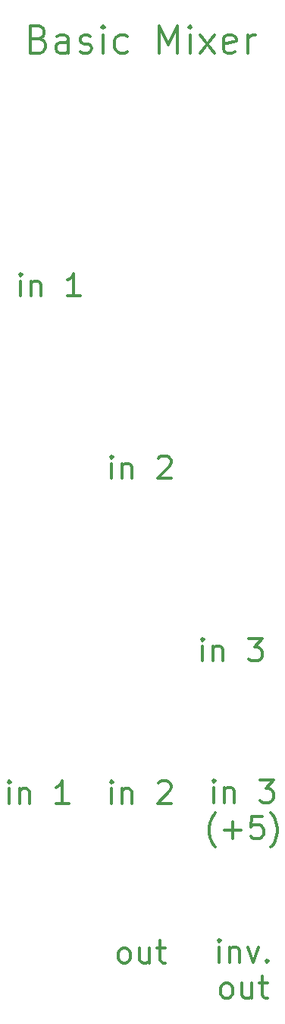
<source format=gto>
G04 #@! TF.GenerationSoftware,KiCad,Pcbnew,6.0.0-d3dd2cf0fa~116~ubuntu20.04.1*
G04 #@! TF.CreationDate,2022-01-02T10:53:34-05:00*
G04 #@! TF.ProjectId,front_panel,66726f6e-745f-4706-916e-656c2e6b6963,0*
G04 #@! TF.SameCoordinates,Original*
G04 #@! TF.FileFunction,Legend,Top*
G04 #@! TF.FilePolarity,Positive*
%FSLAX46Y46*%
G04 Gerber Fmt 4.6, Leading zero omitted, Abs format (unit mm)*
G04 Created by KiCad (PCBNEW 6.0.0-d3dd2cf0fa~116~ubuntu20.04.1) date 2022-01-02 10:53:34*
%MOMM*%
%LPD*%
G01*
G04 APERTURE LIST*
%ADD10C,0.300000*%
%ADD11C,5.600000*%
G04 APERTURE END LIST*
D10*
X130076190Y-117335952D02*
X130076190Y-115669285D01*
X130076190Y-114835952D02*
X129957142Y-114955000D01*
X130076190Y-115074047D01*
X130195238Y-114955000D01*
X130076190Y-114835952D01*
X130076190Y-115074047D01*
X131266666Y-115669285D02*
X131266666Y-117335952D01*
X131266666Y-115907380D02*
X131385714Y-115788333D01*
X131623809Y-115669285D01*
X131980952Y-115669285D01*
X132219047Y-115788333D01*
X132338095Y-116026428D01*
X132338095Y-117335952D01*
X135314285Y-115074047D02*
X135433333Y-114955000D01*
X135671428Y-114835952D01*
X136266666Y-114835952D01*
X136504761Y-114955000D01*
X136623809Y-115074047D01*
X136742857Y-115312142D01*
X136742857Y-115550238D01*
X136623809Y-115907380D01*
X135195238Y-117335952D01*
X136742857Y-117335952D01*
X140236190Y-101460952D02*
X140236190Y-99794285D01*
X140236190Y-98960952D02*
X140117142Y-99080000D01*
X140236190Y-99199047D01*
X140355238Y-99080000D01*
X140236190Y-98960952D01*
X140236190Y-99199047D01*
X141426666Y-99794285D02*
X141426666Y-101460952D01*
X141426666Y-100032380D02*
X141545714Y-99913333D01*
X141783809Y-99794285D01*
X142140952Y-99794285D01*
X142379047Y-99913333D01*
X142498095Y-100151428D01*
X142498095Y-101460952D01*
X145355238Y-98960952D02*
X146902857Y-98960952D01*
X146069523Y-99913333D01*
X146426666Y-99913333D01*
X146664761Y-100032380D01*
X146783809Y-100151428D01*
X146902857Y-100389523D01*
X146902857Y-100984761D01*
X146783809Y-101222857D01*
X146664761Y-101341904D01*
X146426666Y-101460952D01*
X145712380Y-101460952D01*
X145474285Y-101341904D01*
X145355238Y-101222857D01*
X119916190Y-60820952D02*
X119916190Y-59154285D01*
X119916190Y-58320952D02*
X119797142Y-58440000D01*
X119916190Y-58559047D01*
X120035238Y-58440000D01*
X119916190Y-58320952D01*
X119916190Y-58559047D01*
X121106666Y-59154285D02*
X121106666Y-60820952D01*
X121106666Y-59392380D02*
X121225714Y-59273333D01*
X121463809Y-59154285D01*
X121820952Y-59154285D01*
X122059047Y-59273333D01*
X122178095Y-59511428D01*
X122178095Y-60820952D01*
X126582857Y-60820952D02*
X125154285Y-60820952D01*
X125868571Y-60820952D02*
X125868571Y-58320952D01*
X125630476Y-58678095D01*
X125392380Y-58916190D01*
X125154285Y-59035238D01*
X131326190Y-135115952D02*
X131088095Y-134996904D01*
X130969047Y-134877857D01*
X130850000Y-134639761D01*
X130850000Y-133925476D01*
X130969047Y-133687380D01*
X131088095Y-133568333D01*
X131326190Y-133449285D01*
X131683333Y-133449285D01*
X131921428Y-133568333D01*
X132040476Y-133687380D01*
X132159523Y-133925476D01*
X132159523Y-134639761D01*
X132040476Y-134877857D01*
X131921428Y-134996904D01*
X131683333Y-135115952D01*
X131326190Y-135115952D01*
X134302380Y-133449285D02*
X134302380Y-135115952D01*
X133230952Y-133449285D02*
X133230952Y-134758809D01*
X133350000Y-134996904D01*
X133588095Y-135115952D01*
X133945238Y-135115952D01*
X134183333Y-134996904D01*
X134302380Y-134877857D01*
X135135714Y-133449285D02*
X136088095Y-133449285D01*
X135492857Y-132615952D02*
X135492857Y-134758809D01*
X135611904Y-134996904D01*
X135850000Y-135115952D01*
X136088095Y-135115952D01*
X121992857Y-32170714D02*
X122421428Y-32313571D01*
X122564285Y-32456428D01*
X122707142Y-32742142D01*
X122707142Y-33170714D01*
X122564285Y-33456428D01*
X122421428Y-33599285D01*
X122135714Y-33742142D01*
X120992857Y-33742142D01*
X120992857Y-30742142D01*
X121992857Y-30742142D01*
X122278571Y-30885000D01*
X122421428Y-31027857D01*
X122564285Y-31313571D01*
X122564285Y-31599285D01*
X122421428Y-31885000D01*
X122278571Y-32027857D01*
X121992857Y-32170714D01*
X120992857Y-32170714D01*
X125278571Y-33742142D02*
X125278571Y-32170714D01*
X125135714Y-31885000D01*
X124850000Y-31742142D01*
X124278571Y-31742142D01*
X123992857Y-31885000D01*
X125278571Y-33599285D02*
X124992857Y-33742142D01*
X124278571Y-33742142D01*
X123992857Y-33599285D01*
X123850000Y-33313571D01*
X123850000Y-33027857D01*
X123992857Y-32742142D01*
X124278571Y-32599285D01*
X124992857Y-32599285D01*
X125278571Y-32456428D01*
X126564285Y-33599285D02*
X126850000Y-33742142D01*
X127421428Y-33742142D01*
X127707142Y-33599285D01*
X127850000Y-33313571D01*
X127850000Y-33170714D01*
X127707142Y-32885000D01*
X127421428Y-32742142D01*
X126992857Y-32742142D01*
X126707142Y-32599285D01*
X126564285Y-32313571D01*
X126564285Y-32170714D01*
X126707142Y-31885000D01*
X126992857Y-31742142D01*
X127421428Y-31742142D01*
X127707142Y-31885000D01*
X129135714Y-33742142D02*
X129135714Y-31742142D01*
X129135714Y-30742142D02*
X128992857Y-30885000D01*
X129135714Y-31027857D01*
X129278571Y-30885000D01*
X129135714Y-30742142D01*
X129135714Y-31027857D01*
X131850000Y-33599285D02*
X131564285Y-33742142D01*
X130992857Y-33742142D01*
X130707142Y-33599285D01*
X130564285Y-33456428D01*
X130421428Y-33170714D01*
X130421428Y-32313571D01*
X130564285Y-32027857D01*
X130707142Y-31885000D01*
X130992857Y-31742142D01*
X131564285Y-31742142D01*
X131850000Y-31885000D01*
X135421428Y-33742142D02*
X135421428Y-30742142D01*
X136421428Y-32885000D01*
X137421428Y-30742142D01*
X137421428Y-33742142D01*
X138850000Y-33742142D02*
X138850000Y-31742142D01*
X138850000Y-30742142D02*
X138707142Y-30885000D01*
X138850000Y-31027857D01*
X138992857Y-30885000D01*
X138850000Y-30742142D01*
X138850000Y-31027857D01*
X139992857Y-33742142D02*
X141564285Y-31742142D01*
X139992857Y-31742142D02*
X141564285Y-33742142D01*
X143850000Y-33599285D02*
X143564285Y-33742142D01*
X142992857Y-33742142D01*
X142707142Y-33599285D01*
X142564285Y-33313571D01*
X142564285Y-32170714D01*
X142707142Y-31885000D01*
X142992857Y-31742142D01*
X143564285Y-31742142D01*
X143850000Y-31885000D01*
X143992857Y-32170714D01*
X143992857Y-32456428D01*
X142564285Y-32742142D01*
X145278571Y-33742142D02*
X145278571Y-31742142D01*
X145278571Y-32313571D02*
X145421428Y-32027857D01*
X145564285Y-31885000D01*
X145850000Y-31742142D01*
X146135714Y-31742142D01*
X130076190Y-81140952D02*
X130076190Y-79474285D01*
X130076190Y-78640952D02*
X129957142Y-78760000D01*
X130076190Y-78879047D01*
X130195238Y-78760000D01*
X130076190Y-78640952D01*
X130076190Y-78879047D01*
X131266666Y-79474285D02*
X131266666Y-81140952D01*
X131266666Y-79712380D02*
X131385714Y-79593333D01*
X131623809Y-79474285D01*
X131980952Y-79474285D01*
X132219047Y-79593333D01*
X132338095Y-79831428D01*
X132338095Y-81140952D01*
X135314285Y-78879047D02*
X135433333Y-78760000D01*
X135671428Y-78640952D01*
X136266666Y-78640952D01*
X136504761Y-78760000D01*
X136623809Y-78879047D01*
X136742857Y-79117142D01*
X136742857Y-79355238D01*
X136623809Y-79712380D01*
X135195238Y-81140952D01*
X136742857Y-81140952D01*
X142101428Y-135008452D02*
X142101428Y-133341785D01*
X142101428Y-132508452D02*
X141982380Y-132627500D01*
X142101428Y-132746547D01*
X142220476Y-132627500D01*
X142101428Y-132508452D01*
X142101428Y-132746547D01*
X143291904Y-133341785D02*
X143291904Y-135008452D01*
X143291904Y-133579880D02*
X143410952Y-133460833D01*
X143649047Y-133341785D01*
X144006190Y-133341785D01*
X144244285Y-133460833D01*
X144363333Y-133698928D01*
X144363333Y-135008452D01*
X145315714Y-133341785D02*
X145910952Y-135008452D01*
X146506190Y-133341785D01*
X147458571Y-134770357D02*
X147577619Y-134889404D01*
X147458571Y-135008452D01*
X147339523Y-134889404D01*
X147458571Y-134770357D01*
X147458571Y-135008452D01*
X142756190Y-139033452D02*
X142518095Y-138914404D01*
X142399047Y-138795357D01*
X142280000Y-138557261D01*
X142280000Y-137842976D01*
X142399047Y-137604880D01*
X142518095Y-137485833D01*
X142756190Y-137366785D01*
X143113333Y-137366785D01*
X143351428Y-137485833D01*
X143470476Y-137604880D01*
X143589523Y-137842976D01*
X143589523Y-138557261D01*
X143470476Y-138795357D01*
X143351428Y-138914404D01*
X143113333Y-139033452D01*
X142756190Y-139033452D01*
X145732380Y-137366785D02*
X145732380Y-139033452D01*
X144660952Y-137366785D02*
X144660952Y-138676309D01*
X144780000Y-138914404D01*
X145018095Y-139033452D01*
X145375238Y-139033452D01*
X145613333Y-138914404D01*
X145732380Y-138795357D01*
X146565714Y-137366785D02*
X147518095Y-137366785D01*
X146922857Y-136533452D02*
X146922857Y-138676309D01*
X147041904Y-138914404D01*
X147280000Y-139033452D01*
X147518095Y-139033452D01*
X141506190Y-117228452D02*
X141506190Y-115561785D01*
X141506190Y-114728452D02*
X141387142Y-114847500D01*
X141506190Y-114966547D01*
X141625238Y-114847500D01*
X141506190Y-114728452D01*
X141506190Y-114966547D01*
X142696666Y-115561785D02*
X142696666Y-117228452D01*
X142696666Y-115799880D02*
X142815714Y-115680833D01*
X143053809Y-115561785D01*
X143410952Y-115561785D01*
X143649047Y-115680833D01*
X143768095Y-115918928D01*
X143768095Y-117228452D01*
X146625238Y-114728452D02*
X148172857Y-114728452D01*
X147339523Y-115680833D01*
X147696666Y-115680833D01*
X147934761Y-115799880D01*
X148053809Y-115918928D01*
X148172857Y-116157023D01*
X148172857Y-116752261D01*
X148053809Y-116990357D01*
X147934761Y-117109404D01*
X147696666Y-117228452D01*
X146982380Y-117228452D01*
X146744285Y-117109404D01*
X146625238Y-116990357D01*
X141684761Y-122205833D02*
X141565714Y-122086785D01*
X141327619Y-121729642D01*
X141208571Y-121491547D01*
X141089523Y-121134404D01*
X140970476Y-120539166D01*
X140970476Y-120062976D01*
X141089523Y-119467738D01*
X141208571Y-119110595D01*
X141327619Y-118872500D01*
X141565714Y-118515357D01*
X141684761Y-118396309D01*
X142637142Y-120301071D02*
X144541904Y-120301071D01*
X143589523Y-121253452D02*
X143589523Y-119348690D01*
X146922857Y-118753452D02*
X145732380Y-118753452D01*
X145613333Y-119943928D01*
X145732380Y-119824880D01*
X145970476Y-119705833D01*
X146565714Y-119705833D01*
X146803809Y-119824880D01*
X146922857Y-119943928D01*
X147041904Y-120182023D01*
X147041904Y-120777261D01*
X146922857Y-121015357D01*
X146803809Y-121134404D01*
X146565714Y-121253452D01*
X145970476Y-121253452D01*
X145732380Y-121134404D01*
X145613333Y-121015357D01*
X147875238Y-122205833D02*
X147994285Y-122086785D01*
X148232380Y-121729642D01*
X148351428Y-121491547D01*
X148470476Y-121134404D01*
X148589523Y-120539166D01*
X148589523Y-120062976D01*
X148470476Y-119467738D01*
X148351428Y-119110595D01*
X148232380Y-118872500D01*
X147994285Y-118515357D01*
X147875238Y-118396309D01*
X118646190Y-117335952D02*
X118646190Y-115669285D01*
X118646190Y-114835952D02*
X118527142Y-114955000D01*
X118646190Y-115074047D01*
X118765238Y-114955000D01*
X118646190Y-114835952D01*
X118646190Y-115074047D01*
X119836666Y-115669285D02*
X119836666Y-117335952D01*
X119836666Y-115907380D02*
X119955714Y-115788333D01*
X120193809Y-115669285D01*
X120550952Y-115669285D01*
X120789047Y-115788333D01*
X120908095Y-116026428D01*
X120908095Y-117335952D01*
X125312857Y-117335952D02*
X123884285Y-117335952D01*
X124598571Y-117335952D02*
X124598571Y-114835952D01*
X124360476Y-115193095D01*
X124122380Y-115431190D01*
X123884285Y-115550238D01*
%LPC*%
D11*
X120700000Y-148880000D03*
X120700000Y-26380000D03*
M02*

</source>
